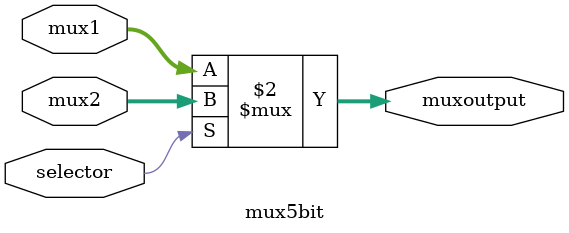
<source format=v>
`timescale 1ns / 1ps


module mux5bit(
 mux1, mux2, muxoutput, selector
    );
    input [4:0] mux1;
    input [4:0] mux2;
    output [4:0] muxoutput;
    input selector;
    
    assign muxoutput = (selector == 0)?mux1 : mux2;

endmodule

</source>
